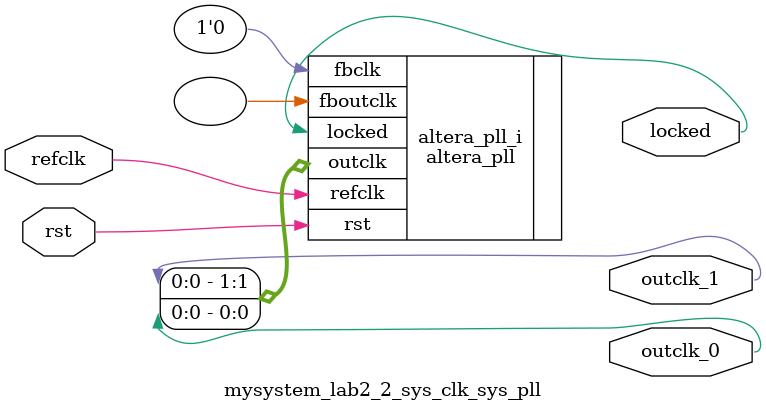
<source format=v>
`timescale 1ns/10ps
module  mysystem_lab2_2_sys_clk_sys_pll(

	// interface 'refclk'
	input wire refclk,

	// interface 'reset'
	input wire rst,

	// interface 'outclk0'
	output wire outclk_0,

	// interface 'outclk1'
	output wire outclk_1,

	// interface 'locked'
	output wire locked
);

	altera_pll #(
		.fractional_vco_multiplier("false"),
		.reference_clock_frequency("50.0 MHz"),
		.operation_mode("direct"),
		.number_of_clocks(2),
		.output_clock_frequency0("50.000000 MHz"),
		.phase_shift0("0 ps"),
		.duty_cycle0(50),
		.output_clock_frequency1("50.000000 MHz"),
		.phase_shift1("-3000 ps"),
		.duty_cycle1(50),
		.output_clock_frequency2("0 MHz"),
		.phase_shift2("0 ps"),
		.duty_cycle2(50),
		.output_clock_frequency3("0 MHz"),
		.phase_shift3("0 ps"),
		.duty_cycle3(50),
		.output_clock_frequency4("0 MHz"),
		.phase_shift4("0 ps"),
		.duty_cycle4(50),
		.output_clock_frequency5("0 MHz"),
		.phase_shift5("0 ps"),
		.duty_cycle5(50),
		.output_clock_frequency6("0 MHz"),
		.phase_shift6("0 ps"),
		.duty_cycle6(50),
		.output_clock_frequency7("0 MHz"),
		.phase_shift7("0 ps"),
		.duty_cycle7(50),
		.output_clock_frequency8("0 MHz"),
		.phase_shift8("0 ps"),
		.duty_cycle8(50),
		.output_clock_frequency9("0 MHz"),
		.phase_shift9("0 ps"),
		.duty_cycle9(50),
		.output_clock_frequency10("0 MHz"),
		.phase_shift10("0 ps"),
		.duty_cycle10(50),
		.output_clock_frequency11("0 MHz"),
		.phase_shift11("0 ps"),
		.duty_cycle11(50),
		.output_clock_frequency12("0 MHz"),
		.phase_shift12("0 ps"),
		.duty_cycle12(50),
		.output_clock_frequency13("0 MHz"),
		.phase_shift13("0 ps"),
		.duty_cycle13(50),
		.output_clock_frequency14("0 MHz"),
		.phase_shift14("0 ps"),
		.duty_cycle14(50),
		.output_clock_frequency15("0 MHz"),
		.phase_shift15("0 ps"),
		.duty_cycle15(50),
		.output_clock_frequency16("0 MHz"),
		.phase_shift16("0 ps"),
		.duty_cycle16(50),
		.output_clock_frequency17("0 MHz"),
		.phase_shift17("0 ps"),
		.duty_cycle17(50),
		.pll_type("General"),
		.pll_subtype("General")
	) altera_pll_i (
		.rst	(rst),
		.outclk	({outclk_1, outclk_0}),
		.locked	(locked),
		.fboutclk	( ),
		.fbclk	(1'b0),
		.refclk	(refclk)
	);
endmodule


</source>
